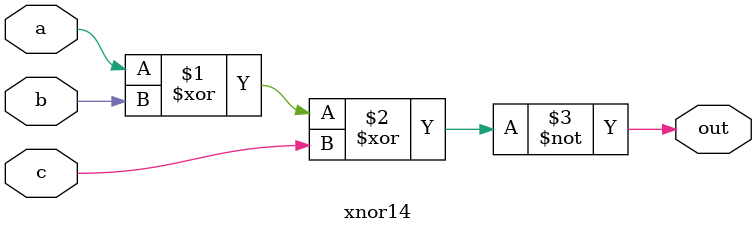
<source format=v>
module xnor14 (
    input wire a,
    input wire b,
    input wire c,
    output wire out
);

assign out = ~(a ^ b ^ c);

endmodule

</source>
